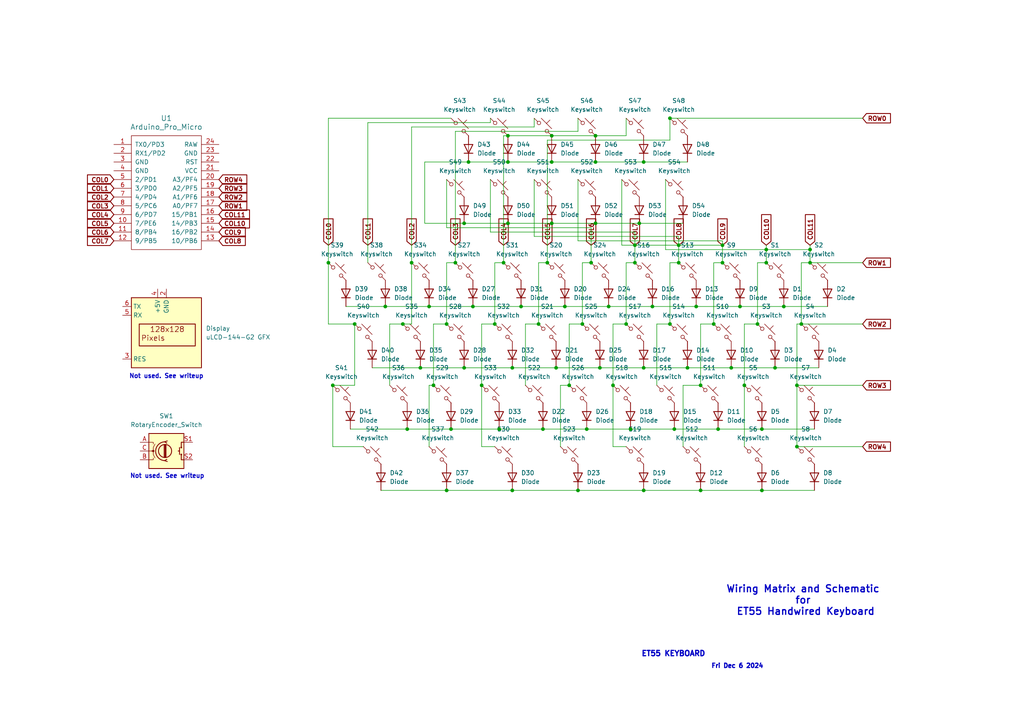
<source format=kicad_sch>
(kicad_sch (version 20231120) (generator "eeschema") (generator_version "8.0")
  (paper "A4")
  (junction (at 195.58 124.46))
  (junction (at 231.14 111.76))
  (junction (at 147.32 64.77))
  (junction (at 220.98 142.24))
  (junction (at 172.72 46.99))
  (junction (at 156.21 93.98))
  (junction (at 171.45 76.2))
  (junction (at 214.63 88.9))
  (junction (at 163.83 88.9))
  (junction (at 151.13 88.9))
  (junction (at 158.75 76.2))
  (junction (at 161.29 106.68))
  (junction (at 160.02 46.99))
  (junction (at 102.87 93.98))
  (junction (at 165.1 111.76))
  (junction (at 160.02 39.37))
  (junction (at 208.28 124.46))
  (junction (at 194.31 34.29))
  (junction (at 125.73 111.76))
  (junction (at 234.95 72.39))
  (junction (at 157.48 124.46))
  (junction (at 173.99 106.68))
  (junction (at 199.39 106.68))
  (junction (at 147.32 46.99))
  (junction (at 119.38 76.2))
  (junction (at 129.54 142.24))
  (junction (at 172.72 39.37))
  (junction (at 172.72 64.77))
  (junction (at 181.61 93.98))
  (junction (at 196.85 76.2))
  (junction (at 219.71 93.98))
  (junction (at 148.59 142.24))
  (junction (at 209.55 71.12))
  (junction (at 118.11 124.46))
  (junction (at 231.14 129.54))
  (junction (at 167.64 142.24))
  (junction (at 121.92 106.68))
  (junction (at 186.69 106.68))
  (junction (at 203.2 142.24))
  (junction (at 222.25 72.39))
  (junction (at 182.88 124.46))
  (junction (at 186.69 46.99))
  (junction (at 185.42 64.77))
  (junction (at 209.55 76.2))
  (junction (at 139.7 111.76))
  (junction (at 116.84 93.98))
  (junction (at 177.8 111.76))
  (junction (at 201.93 88.9))
  (junction (at 227.33 88.9))
  (junction (at 215.9 111.76))
  (junction (at 95.25 76.2))
  (junction (at 212.09 106.68))
  (junction (at 143.51 93.98))
  (junction (at 203.2 111.76))
  (junction (at 124.46 88.9))
  (junction (at 134.62 64.77))
  (junction (at 224.79 106.68))
  (junction (at 147.32 39.37))
  (junction (at 146.05 76.2))
  (junction (at 222.25 76.2))
  (junction (at 148.59 106.68))
  (junction (at 207.01 93.98))
  (junction (at 111.76 88.9))
  (junction (at 137.16 88.9))
  (junction (at 130.81 124.46))
  (junction (at 176.53 88.9))
  (junction (at 129.54 93.98))
  (junction (at 189.23 88.9))
  (junction (at 144.78 124.46))
  (junction (at 132.08 76.2))
  (junction (at 184.15 76.2))
  (junction (at 194.31 93.98))
  (junction (at 134.62 106.68))
  (junction (at 160.02 64.77))
  (junction (at 135.89 46.99))
  (junction (at 186.69 142.24))
  (junction (at 168.91 93.98))
  (junction (at 96.52 111.76))
  (junction (at 170.18 124.46))
  (junction (at 196.85 71.12))
  (junction (at 232.41 93.98))
  (junction (at 220.98 124.46))
  (junction (at 184.15 71.12))
  (junction (at 234.95 76.2))
  (wire (pts (xy 111.76 88.9) (xy 124.46 88.9)))
  (wire (pts (xy 167.64 69.85) (xy 209.55 69.85)))
  (wire (pts (xy 107.95 106.68) (xy 121.92 106.68)))
  (wire (pts (xy 148.59 142.24) (xy 167.64 142.24)))
  (wire (pts (xy 208.28 124.46) (xy 220.98 124.46)))
  (wire (pts (xy 196.85 76.2) (xy 194.31 76.2)))
  (wire (pts (xy 154.94 68.58) (xy 196.85 68.58)))
  (wire (pts (xy 219.71 76.2) (xy 219.71 93.98)))
  (wire (pts (xy 106.68 35.56) (xy 106.68 76.2)))
  (wire (pts (xy 137.16 88.9) (xy 151.13 88.9)))
  (wire (pts (xy 207.01 76.2) (xy 207.01 93.98)))
  (wire (pts (xy 124.46 111.76) (xy 124.46 129.54)))
  (wire (pts (xy 220.98 142.24) (xy 236.22 142.24)))
  (wire (pts (xy 139.7 93.98) (xy 139.7 111.76)))
  (wire (pts (xy 168.91 76.2) (xy 168.91 93.98)))
  (wire (pts (xy 95.25 34.29) (xy 130.81 34.29)))
  (wire (pts (xy 123.19 64.77) (xy 134.62 64.77)))
  (wire (pts (xy 119.38 76.2) (xy 119.38 93.98)))
  (wire (pts (xy 119.38 36.83) (xy 119.38 76.2)))
  (wire (pts (xy 102.87 111.76) (xy 96.52 111.76)))
  (wire (pts (xy 172.72 64.77) (xy 185.42 64.77)))
  (wire (pts (xy 142.24 67.31) (xy 184.15 67.31)))
  (wire (pts (xy 143.51 76.2) (xy 143.51 93.98)))
  (wire (pts (xy 194.31 40.64) (xy 158.75 40.64)))
  (wire (pts (xy 198.12 111.76) (xy 198.12 129.54)))
  (wire (pts (xy 195.58 124.46) (xy 208.28 124.46)))
  (wire (pts (xy 222.25 71.12) (xy 222.25 72.39)))
  (wire (pts (xy 234.95 76.2) (xy 232.41 76.2)))
  (wire (pts (xy 172.72 39.37) (xy 181.61 39.37)))
  (wire (pts (xy 180.34 52.07) (xy 180.34 71.12)))
  (wire (pts (xy 222.25 76.2) (xy 219.71 76.2)))
  (wire (pts (xy 167.64 34.29) (xy 167.64 38.1)))
  (wire (pts (xy 125.73 111.76) (xy 124.46 111.76)))
  (wire (pts (xy 119.38 93.98) (xy 116.84 93.98)))
  (wire (pts (xy 222.25 72.39) (xy 222.25 76.2)))
  (wire (pts (xy 132.08 76.2) (xy 129.54 76.2)))
  (wire (pts (xy 184.15 71.12) (xy 196.85 71.12)))
  (wire (pts (xy 215.9 111.76) (xy 215.9 129.54)))
  (wire (pts (xy 181.61 93.98) (xy 177.8 93.98)))
  (wire (pts (xy 132.08 38.1) (xy 132.08 76.2)))
  (wire (pts (xy 181.61 76.2) (xy 181.61 93.98)))
  (wire (pts (xy 186.69 106.68) (xy 199.39 106.68)))
  (wire (pts (xy 203.2 142.24) (xy 220.98 142.24)))
  (wire (pts (xy 156.21 76.2) (xy 156.21 93.98)))
  (wire (pts (xy 219.71 93.98) (xy 215.9 93.98)))
  (wire (pts (xy 186.69 142.24) (xy 203.2 142.24)))
  (wire (pts (xy 232.41 93.98) (xy 250.19 93.98)))
  (wire (pts (xy 234.95 71.12) (xy 234.95 72.39)))
  (wire (pts (xy 177.8 111.76) (xy 177.8 129.54)))
  (wire (pts (xy 193.04 52.07) (xy 193.04 72.39)))
  (wire (pts (xy 196.85 68.58) (xy 196.85 71.12)))
  (wire (pts (xy 121.92 106.68) (xy 134.62 106.68)))
  (wire (pts (xy 110.49 142.24) (xy 129.54 142.24)))
  (wire (pts (xy 171.45 66.04) (xy 171.45 76.2)))
  (wire (pts (xy 207.01 93.98) (xy 203.2 93.98)))
  (wire (pts (xy 209.55 69.85) (xy 209.55 71.12)))
  (wire (pts (xy 203.2 111.76) (xy 198.12 111.76)))
  (wire (pts (xy 151.13 88.9) (xy 163.83 88.9)))
  (wire (pts (xy 146.05 76.2) (xy 143.51 76.2)))
  (wire (pts (xy 139.7 111.76) (xy 139.7 129.54)))
  (wire (pts (xy 209.55 76.2) (xy 207.01 76.2)))
  (wire (pts (xy 125.73 93.98) (xy 125.73 111.76)))
  (wire (pts (xy 171.45 76.2) (xy 168.91 76.2)))
  (wire (pts (xy 129.54 66.04) (xy 171.45 66.04)))
  (wire (pts (xy 142.24 52.07) (xy 142.24 67.31)))
  (wire (pts (xy 177.8 129.54) (xy 181.61 129.54)))
  (wire (pts (xy 231.14 111.76) (xy 231.14 129.54)))
  (wire (pts (xy 156.21 93.98) (xy 152.4 93.98)))
  (wire (pts (xy 129.54 93.98) (xy 125.73 93.98)))
  (wire (pts (xy 203.2 93.98) (xy 203.2 111.76)))
  (wire (pts (xy 231.14 111.76) (xy 250.19 111.76)))
  (wire (pts (xy 186.69 46.99) (xy 172.72 46.99)))
  (wire (pts (xy 158.75 76.2) (xy 156.21 76.2)))
  (wire (pts (xy 222.25 72.39) (xy 234.95 72.39)))
  (wire (pts (xy 194.31 76.2) (xy 194.31 93.98)))
  (wire (pts (xy 163.83 88.9) (xy 176.53 88.9)))
  (wire (pts (xy 165.1 93.98) (xy 165.1 111.76)))
  (wire (pts (xy 196.85 71.12) (xy 196.85 76.2)))
  (wire (pts (xy 95.25 34.29) (xy 95.25 76.2)))
  (wire (pts (xy 157.48 124.46) (xy 170.18 124.46)))
  (wire (pts (xy 167.64 142.24) (xy 186.69 142.24)))
  (wire (pts (xy 167.64 52.07) (xy 167.64 69.85)))
  (wire (pts (xy 234.95 72.39) (xy 234.95 76.2)))
  (wire (pts (xy 129.54 142.24) (xy 148.59 142.24)))
  (wire (pts (xy 234.95 76.2) (xy 250.19 76.2)))
  (wire (pts (xy 184.15 67.31) (xy 184.15 71.12)))
  (wire (pts (xy 209.55 71.12) (xy 209.55 76.2)))
  (wire (pts (xy 196.85 71.12) (xy 209.55 71.12)))
  (wire (pts (xy 201.93 88.9) (xy 214.63 88.9)))
  (wire (pts (xy 101.6 124.46) (xy 118.11 124.46)))
  (wire (pts (xy 147.32 64.77) (xy 160.02 64.77)))
  (wire (pts (xy 162.56 111.76) (xy 162.56 129.54)))
  (wire (pts (xy 160.02 46.99) (xy 147.32 46.99)))
  (wire (pts (xy 139.7 129.54) (xy 143.51 129.54)))
  (wire (pts (xy 134.62 106.68) (xy 148.59 106.68)))
  (wire (pts (xy 152.4 93.98) (xy 152.4 111.76)))
  (wire (pts (xy 118.11 124.46) (xy 130.81 124.46)))
  (wire (pts (xy 147.32 46.99) (xy 135.89 46.99)))
  (wire (pts (xy 224.79 106.68) (xy 237.49 106.68)))
  (wire (pts (xy 135.89 46.99) (xy 123.19 46.99)))
  (wire (pts (xy 167.64 38.1) (xy 132.08 38.1)))
  (wire (pts (xy 142.24 34.29) (xy 142.24 35.56)))
  (wire (pts (xy 250.19 129.54) (xy 231.14 129.54)))
  (wire (pts (xy 172.72 46.99) (xy 160.02 46.99)))
  (wire (pts (xy 189.23 88.9) (xy 201.93 88.9)))
  (wire (pts (xy 144.78 124.46) (xy 157.48 124.46)))
  (wire (pts (xy 142.24 35.56) (xy 106.68 35.56)))
  (wire (pts (xy 129.54 76.2) (xy 129.54 93.98)))
  (wire (pts (xy 194.31 34.29) (xy 194.31 40.64)))
  (wire (pts (xy 212.09 106.68) (xy 224.79 106.68)))
  (wire (pts (xy 158.75 40.64) (xy 158.75 76.2)))
  (wire (pts (xy 232.41 76.2) (xy 232.41 93.98)))
  (wire (pts (xy 160.02 64.77) (xy 172.72 64.77)))
  (wire (pts (xy 130.81 124.46) (xy 144.78 124.46)))
  (wire (pts (xy 199.39 46.99) (xy 186.69 46.99)))
  (wire (pts (xy 170.18 124.46) (xy 182.88 124.46)))
  (wire (pts (xy 215.9 93.98) (xy 215.9 111.76)))
  (wire (pts (xy 147.32 39.37) (xy 160.02 39.37)))
  (wire (pts (xy 148.59 106.68) (xy 161.29 106.68)))
  (wire (pts (xy 146.05 39.37) (xy 147.32 39.37)))
  (wire (pts (xy 134.62 64.77) (xy 147.32 64.77)))
  (wire (pts (xy 146.05 39.37) (xy 146.05 76.2)))
  (wire (pts (xy 168.91 93.98) (xy 165.1 93.98)))
  (wire (pts (xy 185.42 64.77) (xy 198.12 64.77)))
  (wire (pts (xy 227.33 88.9) (xy 240.03 88.9)))
  (wire (pts (xy 181.61 34.29) (xy 181.61 39.37)))
  (wire (pts (xy 180.34 71.12) (xy 184.15 71.12)))
  (wire (pts (xy 190.5 93.98) (xy 190.5 111.76)))
  (wire (pts (xy 113.03 93.98) (xy 113.03 111.76)))
  (wire (pts (xy 194.31 34.29) (xy 250.19 34.29)))
  (wire (pts (xy 119.38 36.83) (xy 154.94 36.83)))
  (wire (pts (xy 184.15 71.12) (xy 184.15 76.2)))
  (wire (pts (xy 100.33 88.9) (xy 111.76 88.9)))
  (wire (pts (xy 194.31 93.98) (xy 190.5 93.98)))
  (wire (pts (xy 116.84 93.98) (xy 113.03 93.98)))
  (wire (pts (xy 96.52 129.54) (xy 105.41 129.54)))
  (wire (pts (xy 95.25 93.98) (xy 102.87 93.98)))
  (wire (pts (xy 154.94 34.29) (xy 154.94 36.83)))
  (wire (pts (xy 102.87 93.98) (xy 102.87 111.76)))
  (wire (pts (xy 129.54 52.07) (xy 129.54 66.04)))
  (wire (pts (xy 232.41 93.98) (xy 231.14 93.98)))
  (wire (pts (xy 160.02 39.37) (xy 172.72 39.37)))
  (wire (pts (xy 173.99 106.68) (xy 186.69 106.68)))
  (wire (pts (xy 161.29 106.68) (xy 173.99 106.68)))
  (wire (pts (xy 182.88 124.46) (xy 195.58 124.46)))
  (wire (pts (xy 96.52 111.76) (xy 96.52 129.54)))
  (wire (pts (xy 199.39 106.68) (xy 212.09 106.68)))
  (wire (pts (xy 165.1 111.76) (xy 162.56 111.76)))
  (wire (pts (xy 184.15 76.2) (xy 181.61 76.2)))
  (wire (pts (xy 143.51 93.98) (xy 139.7 93.98)))
  (wire (pts (xy 231.14 93.98) (xy 231.14 111.76)))
  (wire (pts (xy 220.98 124.46) (xy 236.22 124.46)))
  (wire (pts (xy 154.94 52.07) (xy 154.94 68.58)))
  (wire (pts (xy 177.8 93.98) (xy 177.8 111.76)))
  (wire (pts (xy 95.25 76.2) (xy 95.25 93.98)))
  (wire (pts (xy 176.53 88.9) (xy 189.23 88.9)))
  (wire (pts (xy 123.19 46.99) (xy 123.19 64.77)))
  (wire (pts (xy 124.46 88.9) (xy 137.16 88.9)))
  (wire (pts (xy 193.04 72.39) (xy 222.25 72.39)))
  (wire (pts (xy 214.63 88.9) (xy 227.33 88.9)))
  (text "Not used. See writeup" (at 48.514 138.176 0) (effects (font (size 1.27 1.27) (thickness 0.254) (bold yes))))
  (text "Not used. See writeup" (at 48.26 109.22 0) (effects (font (size 1.27 1.27) (thickness 0.254) (bold yes))))
  (text "ET55 KEYBOARD" (at 195.326 189.738 0) (effects (font (size 1.524 1.524) (thickness 0.3556) (bold yes))))
  (text "Wiring Matrix and Schematic \nfor \nET55 Handwired Keyboard" (at 233.68 174.244 0) (effects (font (size 2.032 2.032) (thickness 0.3556) (bold yes))))
  (text "Fri Dec 6 2024" (at 213.868 193.294 0) (effects (font (size 1.27 1.27) (thickness 0.3556) (bold yes))))
  (global_label "COL0" (shape input) (at 33.02 52.07 180) (effects (font (thickness 0.254) (bold yes))) (property "Intersheetrefs" "${INTERSHEET_REFS}" (effects (hide yes))))
  (global_label "ROW2" (shape input) (at 250.19 93.98 0) (effects (font (thickness 0.254) (bold yes))) (property "Intersheetrefs" "${INTERSHEET_REFS}" (effects (hide yes))))
  (global_label "COL5" (shape input) (at 33.02 64.77 180) (effects (font (thickness 0.254) (bold yes))) (property "Intersheetrefs" "${INTERSHEET_REFS}" (effects (hide yes))))
  (global_label "ROW0" (shape input) (at 250.19 34.29 0) (effects (font (thickness 0.254) (bold yes))) (property "Intersheetrefs" "${INTERSHEET_REFS}" (effects (hide yes))))
  (global_label "COL8" (shape input) (at 63.5 69.85 0) (effects (font (thickness 0.254) (bold yes))) (property "Intersheetrefs" "${INTERSHEET_REFS}" (effects (hide yes))))
  (global_label "COL0" (shape input) (at 95.25 71.12 90) (effects (font (thickness 0.254) (bold yes))) (property "Intersheetrefs" "${INTERSHEET_REFS}" (effects (hide yes))))
  (global_label "COL3" (shape input) (at 33.02 59.69 180) (effects (font (thickness 0.254) (bold yes))) (property "Intersheetrefs" "${INTERSHEET_REFS}" (effects (hide yes))))
  (global_label "ROW3" (shape input) (at 63.5 54.61 0) (effects (font (thickness 0.254) (bold yes))) (property "Intersheetrefs" "${INTERSHEET_REFS}" (effects (hide yes))))
  (global_label "COL4" (shape input) (at 33.02 62.23 180) (effects (font (thickness 0.254) (bold yes))) (property "Intersheetrefs" "${INTERSHEET_REFS}" (effects (hide yes))))
  (global_label "COL9" (shape input) (at 209.55 71.12 90) (effects (font (thickness 0.254) (bold yes))) (property "Intersheetrefs" "${INTERSHEET_REFS}" (effects (hide yes))))
  (global_label "COL7" (shape input) (at 184.15 71.12 90) (effects (font (thickness 0.254) (bold yes))) (property "Intersheetrefs" "${INTERSHEET_REFS}" (effects (hide yes))))
  (global_label "ROW1" (shape input) (at 250.19 76.2 0) (effects (font (thickness 0.254) (bold yes))) (property "Intersheetrefs" "${INTERSHEET_REFS}" (effects (hide yes))))
  (global_label "COL10" (shape input) (at 63.5 64.77 0) (effects (font (thickness 0.254) (bold yes))) (property "Intersheetrefs" "${INTERSHEET_REFS}" (effects (hide yes))))
  (global_label "COL6" (shape input) (at 171.45 71.12 90) (effects (font (thickness 0.254) (bold yes))) (property "Intersheetrefs" "${INTERSHEET_REFS}" (effects (hide yes))))
  (global_label "COL1" (shape input) (at 33.02 54.61 180) (effects (font (thickness 0.254) (bold yes))) (property "Intersheetrefs" "${INTERSHEET_REFS}" (effects (hide yes))))
  (global_label "COL8" (shape input) (at 196.85 71.12 90) (effects (font (thickness 0.254) (bold yes))) (property "Intersheetrefs" "${INTERSHEET_REFS}" (effects (hide yes))))
  (global_label "ROW4" (shape input) (at 250.19 129.54 0) (effects (font (thickness 0.254) (bold yes))) (property "Intersheetrefs" "${INTERSHEET_REFS}" (effects (hide yes))))
  (global_label "COL11" (shape input) (at 63.5 62.23 0) (effects (font (thickness 0.254) (bold yes))) (property "Intersheetrefs" "${INTERSHEET_REFS}" (effects (hide yes))))
  (global_label "ROW2" (shape input) (at 63.5 57.15 0) (effects (font (thickness 0.254) (bold yes))) (property "Intersheetrefs" "${INTERSHEET_REFS}" (effects (hide yes))))
  (global_label "COL4" (shape input) (at 146.05 71.12 90) (effects (font (thickness 0.254) (bold yes))) (property "Intersheetrefs" "${INTERSHEET_REFS}" (effects (hide yes))))
  (global_label "COL10" (shape input) (at 222.25 71.12 90) (effects (font (thickness 0.254) (bold yes))) (property "Intersheetrefs" "${INTERSHEET_REFS}" (effects (hide yes))))
  (global_label "COL2" (shape input) (at 33.02 57.15 180) (effects (font (thickness 0.254) (bold yes))) (property "Intersheetrefs" "${INTERSHEET_REFS}" (effects (hide yes))))
  (global_label "COL1" (shape input) (at 106.68 71.12 90) (effects (font (thickness 0.254) (bold yes))) (property "Intersheetrefs" "${INTERSHEET_REFS}" (effects (hide yes))))
  (global_label "COL11" (shape input) (at 234.95 71.12 90) (effects (font (thickness 0.254) (bold yes))) (property "Intersheetrefs" "${INTERSHEET_REFS}" (effects (hide yes))))
  (global_label "COL7" (shape input) (at 33.02 69.85 180) (effects (font (thickness 0.254) (bold yes))) (property "Intersheetrefs" "${INTERSHEET_REFS}" (effects (hide yes))))
  (global_label "COL9" (shape input) (at 63.5 67.31 0) (effects (font (thickness 0.254) (bold yes))) (property "Intersheetrefs" "${INTERSHEET_REFS}" (effects (hide yes))))
  (global_label "ROW1" (shape input) (at 63.5 59.69 0) (effects (font (thickness 0.254) (bold yes))) (property "Intersheetrefs" "${INTERSHEET_REFS}" (effects (hide yes))))
  (global_label "ROW4" (shape input) (at 63.5 52.07 0) (effects (font (thickness 0.254) (bold yes))) (property "Intersheetrefs" "${INTERSHEET_REFS}" (effects (hide yes))))
  (global_label "ROW3" (shape input) (at 250.19 111.76 0) (effects (font (thickness 0.254) (bold yes))) (property "Intersheetrefs" "${INTERSHEET_REFS}" (effects (hide yes))))
  (global_label "COL5" (shape input) (at 158.75 71.12 90) (effects (font (thickness 0.254) (bold yes))) (property "Intersheetrefs" "${INTERSHEET_REFS}" (effects (hide yes))))
  (global_label "COL2" (shape input) (at 119.38 71.12 90) (effects (font (thickness 0.254) (bold yes))) (property "Intersheetrefs" "${INTERSHEET_REFS}" (effects (hide yes))))
  (global_label "COL6" (shape input) (at 33.02 67.31 180) (effects (font (thickness 0.254) (bold yes))) (property "Intersheetrefs" "${INTERSHEET_REFS}" (effects (hide yes))))
  (global_label "COL3" (shape input) (at 132.08 71.12 90) (effects (font (thickness 0.254) (bold yes))) (property "Intersheetrefs" "${INTERSHEET_REFS}" (effects (hide yes))))
  (symbol (lib_id "ScottoKeebs:Placeholder_Diode") (at 130.81 120.65 90) (unit 1)
    (property "Reference" "D29" (at 133.35 119.3799 90) (effects (justify right)))
    (property "Value" "Diode" (at 133.35 121.9199 90) (effects (justify right)))
    (property "Description" "1N4148 (DO-35) or 1N4148W (SOD-123)" (effects (hide yes)))
    (property "Sim.Device" "D" (effects (hide yes)))
    (property "Sim.Pins" "1=K 2=A" (effects (hide yes)))
  )
  (symbol (lib_id "ScottoKeebs:Placeholder_Diode") (at 173.99 102.87 90) (unit 1)
    (property "Reference" "D25" (at 176.53 101.5999 90) (effects (justify right)))
    (property "Value" "Diode" (at 176.53 104.1399 90) (effects (justify right)))
    (property "Description" "1N4148 (DO-35) or 1N4148W (SOD-123)" (effects (hide yes)))
    (property "Sim.Device" "D" (effects (hide yes)))
    (property "Sim.Pins" "1=K 2=A" (effects (hide yes)))
  )
  (symbol (lib_id "ScottoKeebs:Placeholder_Diode") (at 135.89 43.18 90) (unit 1)
    (property "Reference" "D43" (at 138.43 41.9099 90) (effects (justify right)))
    (property "Value" "Diode" (at 138.43 44.4499 90) (effects (justify right)))
    (property "Description" "1N4148 (DO-35) or 1N4148W (SOD-123)" (effects (hide yes)))
    (property "Sim.Device" "D" (effects (hide yes)))
    (property "Sim.Pins" "1=K 2=A" (effects (hide yes)))
  )
  (symbol (lib_id "ScottoKeebs:Placeholder_Diode") (at 163.83 85.09 90) (unit 1)
    (property "Reference" "D20" (at 166.37 83.8199 90) (effects (justify right)))
    (property "Value" "Diode" (at 166.37 86.3599 90) (effects (justify right)))
    (property "Description" "1N4148 (DO-35) or 1N4148W (SOD-123)" (effects (hide yes)))
    (property "Sim.Device" "D" (effects (hide yes)))
    (property "Sim.Pins" "1=K 2=A" (effects (hide yes)))
  )
  (symbol (lib_id "ScottoKeebs:Placeholder_Keyswitch") (at 105.41 96.52 0) (unit 1)
    (property "Reference" "S40" (at 105.41 88.9 0))
    (property "Value" "Keyswitch" (at 105.41 91.44 0))
    (property "Description" "Push button switch, normally open, two pins, 45° tilted" (effects (hide yes)))
  )
  (symbol (lib_id "ScottoKeebs:Placeholder_Diode") (at 100.33 85.09 90) (unit 1)
    (property "Reference" "D39" (at 102.87 83.8199 90) (effects (justify right)))
    (property "Value" "Diode" (at 102.87 86.3599 90) (effects (justify right)))
    (property "Description" "1N4148 (DO-35) or 1N4148W (SOD-123)" (effects (hide yes)))
    (property "Sim.Device" "D" (effects (hide yes)))
    (property "Sim.Pins" "1=K 2=A" (effects (hide yes)))
  )
  (symbol (lib_id "ScottoKeebs:Placeholder_Diode") (at 185.42 60.96 90) (unit 1)
    (property "Reference" "D53" (at 187.96 59.6899 90) (effects (justify right)))
    (property "Value" "Diode" (at 187.96 62.2299 90) (effects (justify right)))
    (property "Description" "1N4148 (DO-35) or 1N4148W (SOD-123)" (effects (hide yes)))
    (property "Sim.Device" "D" (effects (hide yes)))
    (property "Sim.Pins" "1=K 2=A" (effects (hide yes)))
  )
  (symbol (lib_id "ScottoKeebs:Placeholder_Diode") (at 186.69 102.87 90) (unit 1)
    (property "Reference" "D17" (at 189.23 101.5999 90) (effects (justify right)))
    (property "Value" "Diode" (at 189.23 104.1399 90) (effects (justify right)))
    (property "Description" "1N4148 (DO-35) or 1N4148W (SOD-123)" (effects (hide yes)))
    (property "Sim.Device" "D" (effects (hide yes)))
    (property "Sim.Pins" "1=K 2=A" (effects (hide yes)))
  )
  (symbol (lib_id "ScottoKeebs:Placeholder_Keyswitch") (at 134.62 78.74 0) (unit 1)
    (property "Reference" "S27" (at 134.62 71.12 0))
    (property "Value" "Keyswitch" (at 134.62 73.66 0))
    (property "Description" "Push button switch, normally open, two pins, 45° tilted" (effects (hide yes)))
  )
  (symbol (lib_id "ScottoKeebs:Placeholder_Diode") (at 236.22 120.65 90) (unit 1)
    (property "Reference" "D7" (at 238.76 119.3799 90) (effects (justify right)))
    (property "Value" "Diode" (at 238.76 121.9199 90) (effects (justify right)))
    (property "Description" "1N4148 (DO-35) or 1N4148W (SOD-123)" (effects (hide yes)))
    (property "Sim.Device" "D" (effects (hide yes)))
    (property "Sim.Pins" "1=K 2=A" (effects (hide yes)))
  )
  (symbol (lib_id "ScottoKeebs:Placeholder_Diode") (at 144.78 120.65 90) (unit 1)
    (property "Reference" "D33" (at 147.32 119.3799 90) (effects (justify right)))
    (property "Value" "Diode" (at 147.32 121.9199 90) (effects (justify right)))
    (property "Description" "1N4148 (DO-35) or 1N4148W (SOD-123)" (effects (hide yes)))
    (property "Sim.Device" "D" (effects (hide yes)))
    (property "Sim.Pins" "1=K 2=A" (effects (hide yes)))
  )
  (symbol (lib_id "ScottoKeebs:Placeholder_Keyswitch") (at 218.44 132.08 0) (unit 1)
    (property "Reference" "S6" (at 218.44 124.46 0))
    (property "Value" "Keyswitch" (at 218.44 127 0))
    (property "Description" "Push button switch, normally open, two pins, 45° tilted" (effects (hide yes)))
  )
  (symbol (lib_id "ScottoKeebs:Placeholder_Diode") (at 208.28 120.65 90) (unit 1)
    (property "Reference" "D11" (at 210.82 119.3799 90) (effects (justify right)))
    (property "Value" "Diode" (at 210.82 121.9199 90) (effects (justify right)))
    (property "Description" "1N4148 (DO-35) or 1N4148W (SOD-123)" (effects (hide yes)))
    (property "Sim.Device" "D" (effects (hide yes)))
    (property "Sim.Pins" "1=K 2=A" (effects (hide yes)))
  )
  (symbol (lib_id "ScottoKeebs:Placeholder_Keyswitch") (at 184.15 132.08 0) (unit 1)
    (property "Reference" "S19" (at 184.15 124.46 0))
    (property "Value" "Keyswitch" (at 184.15 127 0))
    (property "Description" "Push button switch, normally open, two pins, 45° tilted" (effects (hide yes)))
  )
  (symbol (lib_id "ScottoKeebs:Placeholder_Diode") (at 220.98 138.43 90) (unit 1)
    (property "Reference" "D6" (at 223.52 137.1599 90) (effects (justify right)))
    (property "Value" "Diode" (at 223.52 139.6999 90) (effects (justify right)))
    (property "Description" "1N4148 (DO-35) or 1N4148W (SOD-123)" (effects (hide yes)))
    (property "Sim.Device" "D" (effects (hide yes)))
    (property "Sim.Pins" "1=K 2=A" (effects (hide yes)))
  )
  (symbol (lib_id "ScottoKeebs:Placeholder_Diode") (at 167.64 138.43 90) (unit 1)
    (property "Reference" "D23" (at 170.18 137.1599 90) (effects (justify right)))
    (property "Value" "Diode" (at 170.18 139.6999 90) (effects (justify right)))
    (property "Description" "1N4148 (DO-35) or 1N4148W (SOD-123)" (effects (hide yes)))
    (property "Sim.Device" "D" (effects (hide yes)))
    (property "Sim.Pins" "1=K 2=A" (effects (hide yes)))
  )
  (symbol (lib_id "ScottoKeebs:Placeholder_Keyswitch") (at 184.15 96.52 0) (unit 1)
    (property "Reference" "S17" (at 184.15 88.9 0))
    (property "Value" "Keyswitch" (at 184.15 91.44 0))
    (property "Description" "Push button switch, normally open, two pins, 45° tilted" (effects (hide yes)))
  )
  (symbol (lib_id "ScottoKeebs:Placeholder_Diode") (at 236.22 138.43 90) (unit 1)
    (property "Reference" "D8" (at 238.76 137.1599 90) (effects (justify right)))
    (property "Value" "Diode" (at 238.76 139.6999 90) (effects (justify right)))
    (property "Description" "1N4148 (DO-35) or 1N4148W (SOD-123)" (effects (hide yes)))
    (property "Sim.Device" "D" (effects (hide yes)))
    (property "Sim.Pins" "1=K 2=A" (effects (hide yes)))
  )
  (symbol (lib_id "ScottoKeebs:Placeholder_Diode") (at 172.72 60.96 90) (unit 1)
    (property "Reference" "D52" (at 175.26 59.6899 90) (effects (justify right)))
    (property "Value" "Diode" (at 175.26 62.2299 90) (effects (justify right)))
    (property "Description" "1N4148 (DO-35) or 1N4148W (SOD-123)" (effects (hide yes)))
    (property "Sim.Device" "D" (effects (hide yes)))
    (property "Sim.Pins" "1=K 2=A" (effects (hide yes)))
  )
  (symbol (lib_id "ScottoKeebs:Placeholder_Diode") (at 124.46 85.09 90) (unit 1)
    (property "Reference" "D34" (at 127 83.8199 90) (effects (justify right)))
    (property "Value" "Diode" (at 127 86.3599 90) (effects (justify right)))
    (property "Description" "1N4148 (DO-35) or 1N4148W (SOD-123)" (effects (hide yes)))
    (property "Sim.Device" "D" (effects (hide yes)))
    (property "Sim.Pins" "1=K 2=A" (effects (hide yes)))
  )
  (symbol (lib_id "ScottoKeebs:Placeholder_Keyswitch") (at 119.38 96.52 0) (unit 1)
    (property "Reference" "S35" (at 119.38 88.9 0))
    (property "Value" "Keyswitch" (at 119.38 91.44 0))
    (property "Description" "Push button switch, normally open, two pins, 45° tilted" (effects (hide yes)))
  )
  (symbol (lib_id "ScottoKeebs:Placeholder_Keyswitch") (at 97.79 78.74 0) (unit 1)
    (property "Reference" "S39" (at 97.79 71.12 0))
    (property "Value" "Keyswitch" (at 97.79 73.66 0))
    (property "Description" "Push button switch, normally open, two pins, 45° tilted" (effects (hide yes)))
  )
  (symbol (lib_id "ScottoKeebs:Placeholder_Diode") (at 240.03 85.09 90) (unit 1)
    (property "Reference" "D2" (at 242.57 83.8199 90) (effects (justify right)))
    (property "Value" "Diode" (at 242.57 86.3599 90) (effects (justify right)))
    (property "Description" "1N4148 (DO-35) or 1N4148W (SOD-123)" (effects (hide yes)))
    (property "Sim.Device" "D" (effects (hide yes)))
    (property "Sim.Pins" "1=K 2=A" (effects (hide yes)))
  )
  (symbol (lib_id "ScottoKeebs:Placeholder_Keyswitch") (at 173.99 78.74 0) (unit 1)
    (property "Reference" "S24" (at 173.99 71.12 0))
    (property "Value" "Keyswitch" (at 173.99 73.66 0))
    (property "Description" "Push button switch, normally open, two pins, 45° tilted" (effects (hide yes)))
  )
  (symbol (lib_id "ScottoKeebs:Placeholder_Keyswitch") (at 218.44 114.3 0) (unit 1)
    (property "Reference" "S5" (at 218.44 106.68 0))
    (property "Value" "Keyswitch" (at 218.44 109.22 0))
    (property "Description" "Push button switch, normally open, two pins, 45° tilted" (effects (hide yes)))
  )
  (symbol (lib_id "ScottoKeebs:Placeholder_Keyswitch") (at 107.95 132.08 0) (unit 1)
    (property "Reference" "S42" (at 107.95 124.46 0))
    (property "Value" "Keyswitch" (at 107.95 127 0))
    (property "Description" "Push button switch, normally open, two pins, 45° tilted" (effects (hide yes)))
  )
  (symbol (lib_id "ScottoKeebs:Placeholder_Keyswitch") (at 205.74 114.3 0) (unit 1)
    (property "Reference" "S11" (at 205.74 106.68 0))
    (property "Value" "Keyswitch" (at 205.74 109.22 0))
    (property "Description" "Push button switch, normally open, two pins, 45° tilted" (effects (hide yes)))
  )
  (symbol (lib_id "ScottoKeebs:Placeholder_Diode") (at 186.69 138.43 90) (unit 1)
    (property "Reference" "D19" (at 189.23 137.1599 90) (effects (justify right)))
    (property "Value" "Diode" (at 189.23 139.6999 90) (effects (justify right)))
    (property "Description" "1N4148 (DO-35) or 1N4148W (SOD-123)" (effects (hide yes)))
    (property "Sim.Device" "D" (effects (hide yes)))
    (property "Sim.Pins" "1=K 2=A" (effects (hide yes)))
  )
  (symbol (lib_id "ScottoKeebs:Placeholder_Keyswitch") (at 233.68 132.08 0) (unit 1)
    (property "Reference" "S8" (at 233.68 124.46 0))
    (property "Value" "Keyswitch" (at 233.68 127 0))
    (property "Description" "Push button switch, normally open, two pins, 45° tilted" (effects (hide yes)))
  )
  (symbol (lib_id "ScottoKeebs:Placeholder_Diode") (at 134.62 102.87 90) (unit 1)
    (property "Reference" "D28" (at 137.16 101.5999 90) (effects (justify right)))
    (property "Value" "Diode" (at 137.16 104.1399 90) (effects (justify right)))
    (property "Description" "1N4148 (DO-35) or 1N4148W (SOD-123)" (effects (hide yes)))
    (property "Sim.Device" "D" (effects (hide yes)))
    (property "Sim.Pins" "1=K 2=A" (effects (hide yes)))
  )
  (symbol (lib_id "ScottoKeebs:Placeholder_Diode") (at 195.58 120.65 90) (unit 1)
    (property "Reference" "D15" (at 198.12 119.3799 90) (effects (justify right)))
    (property "Value" "Diode" (at 198.12 121.9199 90) (effects (justify right)))
    (property "Description" "1N4148 (DO-35) or 1N4148W (SOD-123)" (effects (hide yes)))
    (property "Sim.Device" "D" (effects (hide yes)))
    (property "Sim.Pins" "1=K 2=A" (effects (hide yes)))
  )
  (symbol (lib_id "ScottoKeebs:Placeholder_Diode") (at 186.69 43.18 90) (unit 1)
    (property "Reference" "D47" (at 189.23 41.9099 90) (effects (justify right)))
    (property "Value" "Diode" (at 189.23 44.4499 90) (effects (justify right)))
    (property "Description" "1N4148 (DO-35) or 1N4148W (SOD-123)" (effects (hide yes)))
    (property "Sim.Device" "D" (effects (hide yes)))
    (property "Sim.Pins" "1=K 2=A" (effects (hide yes)))
  )
  (symbol (lib_id "ScottoKeebs:Placeholder_Keyswitch") (at 132.08 96.52 0) (unit 1)
    (property "Reference" "S28" (at 132.08 88.9 0))
    (property "Value" "Keyswitch" (at 132.08 91.44 0))
    (property "Description" "Push button switch, normally open, two pins, 45° tilted" (effects (hide yes)))
  )
  (symbol (lib_id "ScottoKeebs:Placeholder_Keyswitch") (at 222.25 96.52 0) (unit 1)
    (property "Reference" "S3" (at 222.25 88.9 0))
    (property "Value" "Keyswitch" (at 222.25 91.44 0))
    (property "Description" "Push button switch, normally open, two pins, 45° tilted" (effects (hide yes)))
  )
  (symbol (lib_id "ScottoKeebs:Placeholder_Diode") (at 237.49 102.87 90) (unit 1)
    (property "Reference" "D4" (at 240.03 101.5999 90) (effects (justify right)))
    (property "Value" "Diode" (at 240.03 104.1399 90) (effects (justify right)))
    (property "Description" "1N4148 (DO-35) or 1N4148W (SOD-123)" (effects (hide yes)))
    (property "Sim.Device" "D" (effects (hide yes)))
    (property "Sim.Pins" "1=K 2=A" (effects (hide yes)))
  )
  (symbol (lib_id "ScottoKeebs:Placeholder_Keyswitch") (at 148.59 78.74 0) (unit 1)
    (property "Reference" "S31" (at 148.59 71.12 0))
    (property "Value" "Keyswitch" (at 148.59 73.66 0))
    (property "Description" "Push button switch, normally open, two pins, 45° tilted" (effects (hide yes)))
  )
  (symbol (lib_id "ScottoKeebs:Placeholder_Diode") (at 121.92 102.87 90) (unit 1)
    (property "Reference" "D35" (at 124.46 101.5999 90) (effects (justify right)))
    (property "Value" "Diode" (at 124.46 104.1399 90) (effects (justify right)))
    (property "Description" "1N4148 (DO-35) or 1N4148W (SOD-123)" (effects (hide yes)))
    (property "Sim.Device" "D" (effects (hide yes)))
    (property "Sim.Pins" "1=K 2=A" (effects (hide yes)))
  )
  (symbol (lib_id "ScottoKeebs:Placeholder_Diode") (at 176.53 85.09 90) (unit 1)
    (property "Reference" "D24" (at 179.07 83.8199 90) (effects (justify right)))
    (property "Value" "Diode" (at 179.07 86.3599 90) (effects (justify right)))
    (property "Description" "1N4148 (DO-35) or 1N4148W (SOD-123)" (effects (hide yes)))
    (property "Sim.Device" "D" (effects (hide yes)))
    (property "Sim.Pins" "1=K 2=A" (effects (hide yes)))
  )
  (symbol (lib_id "ScottoKeebs:Placeholder_Diode") (at 161.29 102.87 90) (unit 1)
    (property "Reference" "D21" (at 163.83 101.5999 90) (effects (justify right)))
    (property "Value" "Diode" (at 163.83 104.1399 90) (effects (justify right)))
    (property "Description" "1N4148 (DO-35) or 1N4148W (SOD-123)" (effects (hide yes)))
    (property "Sim.Device" "D" (effects (hide yes)))
    (property "Sim.Pins" "1=K 2=A" (effects (hide yes)))
  )
  (symbol (lib_id "ScottoKeebs:Placeholder_Keyswitch") (at 127 132.08 0) (unit 1)
    (property "Reference" "S37" (at 127 124.46 0))
    (property "Value" "Keyswitch" (at 127 127 0))
    (property "Description" "Push button switch, normally open, two pins, 45° tilted" (effects (hide yes)))
  )
  (symbol (lib_id "ScottoKeebs:Placeholder_Keyswitch") (at 237.49 78.74 0) (unit 1)
    (property "Reference" "S2" (at 237.49 71.12 0))
    (property "Value" "Keyswitch" (at 237.49 73.66 0))
    (property "Description" "Push button switch, normally open, two pins, 45° tilted" (effects (hide yes)))
  )
  (symbol (lib_id "ScottoKeebs:MCU_Arduino_Pro_Micro") (at 48.26 55.88 0) (unit 1)
    (property "Reference" "U1" (at 48.26 34.29 0) (effects (font (size 1.524 1.524))))
    (property "Value" "Arduino_Pro_Micro" (at 48.26 36.83 0) (effects (font (size 1.524 1.524))))
    (property "Footprint" "ScottoKeebs_MCU:Arduino_Pro_Micro" (effects (hide yes)))
  )
  (symbol (lib_id "ScottoKeebs:Placeholder_Keyswitch") (at 170.18 36.83 0) (unit 1)
    (property "Reference" "S46" (at 170.18 29.21 0))
    (property "Value" "Keyswitch" (at 170.18 31.75 0))
    (property "Description" "Push button switch, normally open, two pins, 45° tilted" (effects (hide yes)))
  )
  (symbol (lib_id "ScottoKeebs:Placeholder_Keyswitch") (at 224.79 78.74 0) (unit 1)
    (property "Reference" "S1" (at 224.79 71.12 0))
    (property "Value" "Keyswitch" (at 224.79 73.66 0))
    (property "Description" "Push button switch, normally open, two pins, 45° tilted" (effects (hide yes)))
  )
  (symbol (lib_id "ScottoKeebs:Placeholder_Diode") (at 148.59 102.87 90) (unit 1)
    (property "Reference" "D32" (at 151.13 101.5999 90) (effects (justify right)))
    (property "Value" "Diode" (at 151.13 104.1399 90) (effects (justify right)))
    (property "Description" "1N4148 (DO-35) or 1N4148W (SOD-123)" (effects (hide yes)))
    (property "Sim.Device" "D" (effects (hide yes)))
    (property "Sim.Pins" "1=K 2=A" (effects (hide yes)))
  )
  (symbol (lib_id "ScottoKeebs:Placeholder_Keyswitch") (at 180.34 114.3 0) (unit 1)
    (property "Reference" "S18" (at 180.34 106.68 0))
    (property "Value" "Keyswitch" (at 180.34 109.22 0))
    (property "Description" "Push button switch, normally open, two pins, 45° tilted" (effects (hide yes)))
  )
  (symbol (lib_id "ScottoKeebs:Placeholder_Diode") (at 147.32 43.18 90) (unit 1)
    (property "Reference" "D44" (at 149.86 41.9099 90) (effects (justify right)))
    (property "Value" "Diode" (at 149.86 44.4499 90) (effects (justify right)))
    (property "Description" "1N4148 (DO-35) or 1N4148W (SOD-123)" (effects (hide yes)))
    (property "Sim.Device" "D" (effects (hide yes)))
    (property "Sim.Pins" "1=K 2=A" (effects (hide yes)))
  )
  (symbol (lib_id "ScottoKeebs:Placeholder_Diode") (at 189.23 85.09 90) (unit 1)
    (property "Reference" "D16" (at 191.77 83.8199 90) (effects (justify right)))
    (property "Value" "Diode" (at 191.77 86.3599 90) (effects (justify right)))
    (property "Description" "1N4148 (DO-35) or 1N4148W (SOD-123)" (effects (hide yes)))
    (property "Sim.Device" "D" (effects (hide yes)))
    (property "Sim.Pins" "1=K 2=A" (effects (hide yes)))
  )
  (symbol (lib_id "ScottoKeebs:Placeholder_Keyswitch") (at 234.95 96.52 0) (unit 1)
    (property "Reference" "S4" (at 234.95 88.9 0))
    (property "Value" "Keyswitch" (at 234.95 91.44 0))
    (property "Description" "Push button switch, normally open, two pins, 45° tilted" (effects (hide yes)))
  )
  (symbol (lib_id "ScottoKeebs:Placeholder_Keyswitch") (at 146.05 96.52 0) (unit 1)
    (property "Reference" "S32" (at 146.05 88.9 0))
    (property "Value" "Keyswitch" (at 146.05 91.44 0))
    (property "Description" "Push button switch, normally open, two pins, 45° tilted" (effects (hide yes)))
  )
  (symbol (lib_id "ScottoKeebs:Placeholder_Diode") (at 199.39 102.87 90) (unit 1)
    (property "Reference" "D14" (at 201.93 101.5999 90) (effects (justify right)))
    (property "Value" "Diode" (at 201.93 104.1399 90) (effects (justify right)))
    (property "Description" "1N4148 (DO-35) or 1N4148W (SOD-123)" (effects (hide yes)))
    (property "Sim.Device" "D" (effects (hide yes)))
    (property "Sim.Pins" "1=K 2=A" (effects (hide yes)))
  )
  (symbol (lib_id "ScottoKeebs:Placeholder_Diode") (at 118.11 120.65 90) (unit 1)
    (property "Reference" "D36" (at 120.65 119.3799 90) (effects (justify right)))
    (property "Value" "Diode" (at 120.65 121.9199 90) (effects (justify right)))
    (property "Description" "1N4148 (DO-35) or 1N4148W (SOD-123)" (effects (hide yes)))
    (property "Sim.Device" "D" (effects (hide yes)))
    (property "Sim.Pins" "1=K 2=A" (effects (hide yes)))
  )
  (symbol (lib_id "ScottoKeebs:Placeholder_Keyswitch") (at 209.55 96.52 0) (unit 1)
    (property "Reference" "S10" (at 209.55 88.9 0))
    (property "Value" "Keyswitch" (at 209.55 91.44 0))
    (property "Description" "Push button switch, normally open, two pins, 45° tilted" (effects (hide yes)))
  )
  (symbol (lib_id "ScottoKeebs:Placeholder_Keyswitch") (at 154.94 114.3 0) (unit 1)
    (property "Reference" "S22" (at 154.94 106.68 0))
    (property "Value" "Keyswitch" (at 154.94 109.22 0))
    (property "Description" "Push button switch, normally open, two pins, 45° tilted" (effects (hide yes)))
  )
  (symbol (lib_id "ScottoKeebs:Placeholder_Keyswitch") (at 157.48 36.83 0) (unit 1)
    (property "Reference" "S45" (at 157.48 29.21 0))
    (property "Value" "Keyswitch" (at 157.48 31.75 0))
    (property "Description" "Push button switch, normally open, two pins, 45° tilted" (effects (hide yes)))
  )
  (symbol (lib_id "ScottoKeebs:Placeholder_Diode") (at 147.32 60.96 90) (unit 1)
    (property "Reference" "D50" (at 149.86 59.6899 90) (effects (justify right)))
    (property "Value" "Diode" (at 149.86 62.2299 90) (effects (justify right)))
    (property "Description" "1N4148 (DO-35) or 1N4148W (SOD-123)" (effects (hide yes)))
    (property "Sim.Device" "D" (effects (hide yes)))
    (property "Sim.Pins" "1=K 2=A" (effects (hide yes)))
  )
  (symbol (lib_id "ScottoKeebs:Placeholder_Keyswitch") (at 170.18 54.61 0) (unit 1)
    (property "Reference" "S52" (at 170.18 46.99 0))
    (property "Value" "Keyswitch" (at 170.18 49.53 0))
    (property "Description" "Push button switch, normally open, two pins, 45° tilted" (effects (hide yes)))
  )
  (symbol (lib_id "ScottoKeebs:Placeholder_Keyswitch") (at 109.22 78.74 0) (unit 1)
    (property "Reference" "S38" (at 109.22 71.12 0))
    (property "Value" "Keyswitch" (at 109.22 73.66 0))
    (property "Description" "Push button switch, normally open, two pins, 45° tilted" (effects (hide yes)))
  )
  (symbol (lib_id "ScottoKeebs:Placeholder_Keyswitch") (at 233.68 114.3 0) (unit 1)
    (property "Reference" "S7" (at 233.68 106.68 0))
    (property "Value" "Keyswitch" (at 233.68 109.22 0))
    (property "Description" "Push button switch, normally open, two pins, 45° tilted" (effects (hide yes)))
  )
  (symbol (lib_id "ScottoKeebs:Placeholder_Keyswitch") (at 212.09 78.74 0) (unit 1)
    (property "Reference" "S9" (at 212.09 71.12 0))
    (property "Value" "Keyswitch" (at 212.09 73.66 0))
    (property "Description" "Push button switch, normally open, two pins, 45° tilted" (effects (hide yes)))
  )
  (symbol (lib_id "ScottoKeebs:Placeholder_Diode") (at 107.95 102.87 90) (unit 1)
    (property "Reference" "D40" (at 110.49 101.5999 90) (effects (justify right)))
    (property "Value" "Diode" (at 110.49 104.1399 90) (effects (justify right)))
    (property "Description" "1N4148 (DO-35) or 1N4148W (SOD-123)" (effects (hide yes)))
    (property "Sim.Device" "D" (effects (hide yes)))
    (property "Sim.Pins" "1=K 2=A" (effects (hide yes)))
  )
  (symbol (lib_id "ScottoKeebs:Placeholder_Diode") (at 151.13 85.09 90) (unit 1)
    (property "Reference" "D31" (at 153.67 83.8199 90) (effects (justify right)))
    (property "Value" "Diode" (at 153.67 86.3599 90) (effects (justify right)))
    (property "Description" "1N4148 (DO-35) or 1N4148W (SOD-123)" (effects (hide yes)))
    (property "Sim.Device" "D" (effects (hide yes)))
    (property "Sim.Pins" "1=K 2=A" (effects (hide yes)))
  )
  (symbol (lib_id "Device:RotaryEncoder_Switch") (at 48.26 130.81 0) (unit 1)
    (property "Reference" "SW1" (at 48.26 120.65 0))
    (property "Value" "RotaryEncoder_Switch" (at 48.26 123.19 0))
    (property "Description" "Rotary encoder, dual channel, incremental quadrate outputs, with switch" (effects (hide yes)))
  )
  (symbol (lib_id "ScottoKeebs:Placeholder_Diode") (at 148.59 138.43 90) (unit 1)
    (property "Reference" "D30" (at 151.13 137.1599 90) (effects (justify right)))
    (property "Value" "Diode" (at 151.13 139.6999 90) (effects (justify right)))
    (property "Description" "1N4148 (DO-35) or 1N4148W (SOD-123)" (effects (hide yes)))
    (property "Sim.Device" "D" (effects (hide yes)))
    (property "Sim.Pins" "1=K 2=A" (effects (hide yes)))
  )
  (symbol (lib_id "ScottoKeebs:Placeholder_Diode") (at 203.2 138.43 90) (unit 1)
    (property "Reference" "D12" (at 205.74 137.1599 90) (effects (justify right)))
    (property "Value" "Diode" (at 205.74 139.6999 90) (effects (justify right)))
    (property "Description" "1N4148 (DO-35) or 1N4148W (SOD-123)" (effects (hide yes)))
    (property "Sim.Device" "D" (effects (hide yes)))
    (property "Sim.Pins" "1=K 2=A" (effects (hide yes)))
  )
  (symbol (lib_id "ScottoKeebs:Placeholder_Keyswitch") (at 196.85 96.52 0) (unit 1)
    (property "Reference" "S14" (at 196.85 88.9 0))
    (property "Value" "Keyswitch" (at 196.85 91.44 0))
    (property "Description" "Push button switch, normally open, two pins, 45° tilted" (effects (hide yes)))
  )
  (symbol (lib_id "ScottoKeebs:Placeholder_Diode") (at 129.54 138.43 90) (unit 1)
    (property "Reference" "D37" (at 132.08 137.1599 90) (effects (justify right)))
    (property "Value" "Diode" (at 132.08 139.6999 90) (effects (justify right)))
    (property "Description" "1N4148 (DO-35) or 1N4148W (SOD-123)" (effects (hide yes)))
    (property "Sim.Device" "D" (effects (hide yes)))
    (property "Sim.Pins" "1=K 2=A" (effects (hide yes)))
  )
  (symbol (lib_id "ScottoKeebs:Placeholder_Diode") (at 198.12 60.96 90) (unit 1)
    (property "Reference" "D54" (at 200.66 59.6899 90) (effects (justify right)))
    (property "Value" "Diode" (at 200.66 62.2299 90) (effects (justify right)))
    (property "Description" "1N4148 (DO-35) or 1N4148W (SOD-123)" (effects (hide yes)))
    (property "Sim.Device" "D" (effects (hide yes)))
    (property "Sim.Pins" "1=K 2=A" (effects (hide yes)))
  )
  (symbol (lib_id "ScottoKeebs:Placeholder_Keyswitch") (at 146.05 132.08 0) (unit 1)
    (property "Reference" "S30" (at 146.05 124.46 0))
    (property "Value" "Keyswitch" (at 146.05 127 0))
    (property "Description" "Push button switch, normally open, two pins, 45° tilted" (effects (hide yes)))
  )
  (symbol (lib_id "ScottoKeebs:Placeholder_Diode") (at 201.93 85.09 90) (unit 1)
    (property "Reference" "D13" (at 204.47 83.8199 90) (effects (justify right)))
    (property "Value" "Diode" (at 204.47 86.3599 90) (effects (justify right)))
    (property "Description" "1N4148 (DO-35) or 1N4148W (SOD-123)" (effects (hide yes)))
    (property "Sim.Device" "D" (effects (hide yes)))
    (property "Sim.Pins" "1=K 2=A" (effects (hide yes)))
  )
  (symbol (lib_id "ScottoKeebs:Placeholder_Diode") (at 214.63 85.09 90) (unit 1)
    (property "Reference" "D9" (at 217.17 83.8199 90) (effects (justify right)))
    (property "Value" "Diode" (at 217.17 86.3599 90) (effects (justify right)))
    (property "Description" "1N4148 (DO-35) or 1N4148W (SOD-123)" (effects (hide yes)))
    (property "Sim.Device" "D" (effects (hide yes)))
    (property "Sim.Pins" "1=K 2=A" (effects (hide yes)))
  )
  (symbol (lib_id "ScottoKeebs:Placeholder_Keyswitch") (at 133.35 36.83 0) (unit 1)
    (property "Reference" "S43" (at 133.35 29.21 0))
    (property "Value" "Keyswitch" (at 133.35 31.75 0))
    (property "Description" "Push button switch, normally open, two pins, 45° tilted" (effects (hide yes)))
  )
  (symbol (lib_id "ScottoKeebs:Placeholder_Diode") (at 212.09 102.87 90) (unit 1)
    (property "Reference" "D10" (at 214.63 101.5999 90) (effects (justify right)))
    (property "Value" "Diode" (at 214.63 104.1399 90) (effects (justify right)))
    (property "Description" "1N4148 (DO-35) or 1N4148W (SOD-123)" (effects (hide yes)))
    (property "Sim.Device" "D" (effects (hide yes)))
    (property "Sim.Pins" "1=K 2=A" (effects (hide yes)))
  )
  (symbol (lib_id "ScottoKeebs:Placeholder_Keyswitch") (at 132.08 54.61 0) (unit 1)
    (property "Reference" "S49" (at 132.08 46.99 0))
    (property "Value" "Keyswitch" (at 132.08 49.53 0))
    (property "Description" "Push button switch, normally open, two pins, 45° tilted" (effects (hide yes)))
  )
  (symbol (lib_id "ScottoKeebs:Placeholder_Diode") (at 172.72 43.18 90) (unit 1)
    (property "Reference" "D46" (at 175.26 41.9099 90) (effects (justify right)))
    (property "Value" "Diode" (at 175.26 44.4499 90) (effects (justify right)))
    (property "Description" "1N4148 (DO-35) or 1N4148W (SOD-123)" (effects (hide yes)))
    (property "Sim.Device" "D" (effects (hide yes)))
    (property "Sim.Pins" "1=K 2=A" (effects (hide yes)))
  )
  (symbol (lib_id "ScottoKeebs:Placeholder_Keyswitch") (at 196.85 36.83 0) (unit 1)
    (property "Reference" "S48" (at 196.85 29.21 0))
    (property "Value" "Keyswitch" (at 196.85 31.75 0))
    (property "Description" "Push button switch, normally open, two pins, 45° tilted" (effects (hide yes)))
  )
  (symbol (lib_id "ScottoKeebs:Placeholder_Diode") (at 182.88 120.65 90) (unit 1)
    (property "Reference" "D18" (at 185.42 119.3799 90) (effects (justify right)))
    (property "Value" "Diode" (at 185.42 121.9199 90) (effects (justify right)))
    (property "Description" "1N4148 (DO-35) or 1N4148W (SOD-123)" (effects (hide yes)))
    (property "Sim.Device" "D" (effects (hide yes)))
    (property "Sim.Pins" "1=K 2=A" (effects (hide yes)))
  )
  (symbol (lib_id "Display_Character:EA_T123X-I2C") (at 48.26 96.52 0) (unit 1)
    (property "Reference" "Display" (at 59.69 95.2499 0) (effects (justify left)))
    (property "Value" "uLCD-144-G2 GFX" (at 59.69 97.7899 0) (effects (justify left)))
    (property "Footprint" "Display:EA_T123X-I2C" (effects (hide yes)))
    (property "Datasheet" "http://www.lcd-module.de/pdf/doma/t123-i2c.pdf" (effects (hide yes)))
    (property "Description" "3 Lines, 12 character alpha numeric LCD, transreflective STN and FSTN Gray, I2C, single or dual power" (effects (hide yes)))
  )
  (symbol (lib_id "ScottoKeebs:Placeholder_Diode") (at 157.48 120.65 90) (unit 1)
    (property "Reference" "D22" (at 160.02 119.3799 90) (effects (justify right)))
    (property "Value" "Diode" (at 160.02 121.9199 90) (effects (justify right)))
    (property "Description" "1N4148 (DO-35) or 1N4148W (SOD-123)" (effects (hide yes)))
    (property "Sim.Device" "D" (effects (hide yes)))
    (property "Sim.Pins" "1=K 2=A" (effects (hide yes)))
  )
  (symbol (lib_id "ScottoKeebs:Placeholder_Diode") (at 110.49 138.43 90) (unit 1)
    (property "Reference" "D42" (at 113.03 137.1599 90) (effects (justify right)))
    (property "Value" "Diode" (at 113.03 139.6999 90) (effects (justify right)))
    (property "Description" "1N4148 (DO-35) or 1N4148W (SOD-123)" (effects (hide yes)))
    (property "Sim.Device" "D" (effects (hide yes)))
    (property "Sim.Pins" "1=K 2=A" (effects (hide yes)))
  )
  (symbol (lib_id "ScottoKeebs:Placeholder_Keyswitch") (at 182.88 54.61 0) (unit 1)
    (property "Reference" "S53" (at 182.88 46.99 0))
    (property "Value" "Keyswitch" (at 182.88 49.53 0))
    (property "Description" "Push button switch, normally open, two pins, 45° tilted" (effects (hide yes)))
  )
  (symbol (lib_id "ScottoKeebs:Placeholder_Diode") (at 111.76 85.09 90) (unit 1)
    (property "Reference" "D38" (at 114.3 83.8199 90) (effects (justify right)))
    (property "Value" "Diode" (at 114.3 86.3599 90) (effects (justify right)))
    (property "Description" "1N4148 (DO-35) or 1N4148W (SOD-123)" (effects (hide yes)))
    (property "Sim.Device" "D" (effects (hide yes)))
    (property "Sim.Pins" "1=K 2=A" (effects (hide yes)))
  )
  (symbol (lib_id "ScottoKeebs:Placeholder_Keyswitch") (at 158.75 96.52 0) (unit 1)
    (property "Reference" "S21" (at 158.75 88.9 0))
    (property "Value" "Keyswitch" (at 158.75 91.44 0))
    (property "Description" "Push button switch, normally open, two pins, 45° tilted" (effects (hide yes)))
  )
  (symbol (lib_id "ScottoKeebs:Placeholder_Keyswitch") (at 200.66 132.08 0) (unit 1)
    (property "Reference" "S12" (at 200.66 124.46 0))
    (property "Value" "Keyswitch" (at 200.66 127 0))
    (property "Description" "Push button switch, normally open, two pins, 45° tilted" (effects (hide yes)))
  )
  (symbol (lib_id "ScottoKeebs:Placeholder_Keyswitch") (at 142.24 114.3 0) (unit 1)
    (property "Reference" "S33" (at 142.24 106.68 0))
    (property "Value" "Keyswitch" (at 142.24 109.22 0))
    (property "Description" "Push button switch, normally open, two pins, 45° tilted" (effects (hide yes)))
  )
  (symbol (lib_id "ScottoKeebs:Placeholder_Diode") (at 160.02 60.96 90) (unit 1)
    (property "Reference" "D51" (at 162.56 59.6899 90) (effects (justify right)))
    (property "Value" "Diode" (at 162.56 62.2299 90) (effects (justify right)))
    (property "Description" "1N4148 (DO-35) or 1N4148W (SOD-123)" (effects (hide yes)))
    (property "Sim.Device" "D" (effects (hide yes)))
    (property "Sim.Pins" "1=K 2=A" (effects (hide yes)))
  )
  (symbol (lib_id "ScottoKeebs:Placeholder_Diode") (at 227.33 85.09 90) (unit 1)
    (property "Reference" "D1" (at 229.87 83.8199 90) (effects (justify right)))
    (property "Value" "Diode" (at 229.87 86.3599 90) (effects (justify right)))
    (property "Description" "1N4148 (DO-35) or 1N4148W (SOD-123)" (effects (hide yes)))
    (property "Sim.Device" "D" (effects (hide yes)))
    (property "Sim.Pins" "1=K 2=A" (effects (hide yes)))
  )
  (symbol (lib_id "ScottoKeebs:Placeholder_Keyswitch") (at 128.27 114.3 0) (unit 1)
    (property "Reference" "S29" (at 128.27 106.68 0))
    (property "Value" "Keyswitch" (at 128.27 109.22 0))
    (property "Description" "Push button switch, normally open, two pins, 45° tilted" (effects (hide yes)))
  )
  (symbol (lib_id "ScottoKeebs:Placeholder_Diode") (at 199.39 43.18 90) (unit 1)
    (property "Reference" "D48" (at 201.93 41.9099 90) (effects (justify right)))
    (property "Value" "Diode" (at 201.93 44.4499 90) (effects (justify right)))
    (property "Description" "1N4148 (DO-35) or 1N4148W (SOD-123)" (effects (hide yes)))
    (property "Sim.Device" "D" (effects (hide yes)))
    (property "Sim.Pins" "1=K 2=A" (effects (hide yes)))
  )
  (symbol (lib_id "ScottoKeebs:Placeholder_Keyswitch") (at 99.06 114.3 0) (unit 1)
    (property "Reference" "S41" (at 99.06 106.68 0))
    (property "Value" "Keyswitch" (at 99.06 109.22 0))
    (property "Description" "Push button switch, normally open, two pins, 45° tilted" (effects (hide yes)))
  )
  (symbol (lib_id "ScottoKeebs:Placeholder_Diode") (at 137.16 85.09 90) (unit 1)
    (property "Reference" "D27" (at 139.7 83.8199 90) (effects (justify right)))
    (property "Value" "Diode" (at 139.7 86.3599 90) (effects (justify right)))
    (property "Description" "1N4148 (DO-35) or 1N4148W (SOD-123)" (effects (hide yes)))
    (property "Sim.Device" "D" (effects (hide yes)))
    (property "Sim.Pins" "1=K 2=A" (effects (hide yes)))
  )
  (symbol (lib_id "ScottoKeebs:Placeholder_Diode") (at 101.6 120.65 90) (unit 1)
    (property "Reference" "D41" (at 104.14 119.3799 90) (effects (justify right)))
    (property "Value" "Diode" (at 104.14 121.9199 90) (effects (justify right)))
    (property "Description" "1N4148 (DO-35) or 1N4148W (SOD-123)" (effects (hide yes)))
    (property "Sim.Device" "D" (effects (hide yes)))
    (property "Sim.Pins" "1=K 2=A" (effects (hide yes)))
  )
  (symbol (lib_id "ScottoKeebs:Placeholder_Keyswitch") (at 144.78 54.61 0) (unit 1)
    (property "Reference" "S50" (at 144.78 46.99 0))
    (property "Value" "Keyswitch" (at 144.78 49.53 0))
    (property "Description" "Push button switch, normally open, two pins, 45° tilted" (effects (hide yes)))
  )
  (symbol (lib_id "ScottoKeebs:Placeholder_Keyswitch") (at 115.57 114.3 0) (unit 1)
    (property "Reference" "S36" (at 115.57 106.68 0))
    (property "Value" "Keyswitch" (at 115.57 109.22 0))
    (property "Description" "Push button switch, normally open, two pins, 45° tilted" (effects (hide yes)))
  )
  (symbol (lib_id "ScottoKeebs:Placeholder_Keyswitch") (at 157.48 54.61 0) (unit 1)
    (property "Reference" "S51" (at 157.48 46.99 0))
    (property "Value" "Keyswitch" (at 157.48 49.53 0))
    (property "Description" "Push button switch, normally open, two pins, 45° tilted" (effects (hide yes)))
  )
  (symbol (lib_id "ScottoKeebs:Placeholder_Diode") (at 220.98 120.65 90) (unit 1)
    (property "Reference" "D5" (at 223.52 119.3799 90) (effects (justify right)))
    (property "Value" "Diode" (at 223.52 121.9199 90) (effects (justify right)))
    (property "Description" "1N4148 (DO-35) or 1N4148W (SOD-123)" (effects (hide yes)))
    (property "Sim.Device" "D" (effects (hide yes)))
    (property "Sim.Pins" "1=K 2=A" (effects (hide yes)))
  )
  (symbol (lib_id "ScottoKeebs:Placeholder_Keyswitch") (at 121.92 78.74 0) (unit 1)
    (property "Reference" "S34" (at 121.92 71.12 0))
    (property "Value" "Keyswitch" (at 121.92 73.66 0))
    (property "Description" "Push button switch, normally open, two pins, 45° tilted" (effects (hide yes)))
  )
  (symbol (lib_id "ScottoKeebs:Placeholder_Keyswitch") (at 199.39 78.74 0) (unit 1)
    (property "Reference" "S13" (at 199.39 71.12 0))
    (property "Value" "Keyswitch" (at 199.39 73.66 0))
    (property "Description" "Push button switch, normally open, two pins, 45° tilted" (effects (hide yes)))
  )
  (symbol (lib_id "ScottoKeebs:Placeholder_Diode") (at 170.18 120.65 90) (unit 1)
    (property "Reference" "D26" (at 172.72 119.3799 90) (effects (justify right)))
    (property "Value" "Diode" (at 172.72 121.9199 90) (effects (justify right)))
    (property "Description" "1N4148 (DO-35) or 1N4148W (SOD-123)" (effects (hide yes)))
    (property "Sim.Device" "D" (effects (hide yes)))
    (property "Sim.Pins" "1=K 2=A" (effects (hide yes)))
  )
  (symbol (lib_id "ScottoKeebs:Placeholder_Keyswitch") (at 184.15 36.83 0) (unit 1)
    (property "Reference" "S47" (at 184.15 29.21 0))
    (property "Value" "Keyswitch" (at 184.15 31.75 0))
    (property "Description" "Push button switch, normally open, two pins, 45° tilted" (effects (hide yes)))
  )
  (symbol (lib_id "ScottoKeebs:Placeholder_Diode") (at 224.79 102.87 90) (unit 1)
    (property "Reference" "D3" (at 227.33 101.5999 90) (effects (justify right)))
    (property "Value" "Diode" (at 227.33 104.1399 90) (effects (justify right)))
    (property "Description" "1N4148 (DO-35) or 1N4148W (SOD-123)" (effects (hide yes)))
    (property "Sim.Device" "D" (effects (hide yes)))
    (property "Sim.Pins" "1=K 2=A" (effects (hide yes)))
  )
  (symbol (lib_id "ScottoKeebs:Placeholder_Keyswitch") (at 165.1 132.08 0) (unit 1)
    (property "Reference" "S23" (at 165.1 124.46 0))
    (property "Value" "Keyswitch" (at 165.1 127 0))
    (property "Description" "Push button switch, normally open, two pins, 45° tilted" (effects (hide yes)))
  )
  (symbol (lib_id "ScottoKeebs:Placeholder_Keyswitch") (at 171.45 96.52 0) (unit 1)
    (property "Reference" "S25" (at 171.45 88.9 0))
    (property "Value" "Keyswitch" (at 171.45 91.44 0))
    (property "Description" "Push button switch, normally open, two pins, 45° tilted" (effects (hide yes)))
  )
  (symbol (lib_id "ScottoKeebs:Placeholder_Keyswitch") (at 161.29 78.74 0) (unit 1)
    (property "Reference" "S20" (at 161.29 71.12 0))
    (property "Value" "Keyswitch" (at 161.29 73.66 0))
    (property "Description" "Push button switch, normally open, two pins, 45° tilted" (effects (hide yes)))
  )
  (symbol (lib_id "ScottoKeebs:Placeholder_Keyswitch") (at 195.58 54.61 0) (unit 1)
    (property "Reference" "S54" (at 195.58 46.99 0))
    (property "Value" "Keyswitch" (at 195.58 49.53 0))
    (property "Description" "Push button switch, normally open, two pins, 45° tilted" (effects (hide yes)))
  )
  (symbol (lib_id "ScottoKeebs:Placeholder_Keyswitch") (at 186.69 78.74 0) (unit 1)
    (property "Reference" "S16" (at 186.69 71.12 0))
    (property "Value" "Keyswitch" (at 186.69 73.66 0))
    (property "Description" "Push button switch, normally open, two pins, 45° tilted" (effects (hide yes)))
  )
  (symbol (lib_id "ScottoKeebs:Placeholder_Diode") (at 160.02 43.18 90) (unit 1)
    (property "Reference" "D45" (at 162.56 41.9099 90) (effects (justify right)))
    (property "Value" "Diode" (at 162.56 44.4499 90) (effects (justify right)))
    (property "Description" "1N4148 (DO-35) or 1N4148W (SOD-123)" (effects (hide yes)))
    (property "Sim.Device" "D" (effects (hide yes)))
    (property "Sim.Pins" "1=K 2=A" (effects (hide yes)))
  )
  (symbol (lib_id "ScottoKeebs:Placeholder_Diode") (at 134.62 60.96 90) (unit 1)
    (property "Reference" "D49" (at 137.16 59.6899 90) (effects (justify right)))
    (property "Value" "Diode" (at 137.16 62.2299 90) (effects (justify right)))
    (property "Description" "1N4148 (DO-35) or 1N4148W (SOD-123)" (effects (hide yes)))
    (property "Sim.Device" "D" (effects (hide yes)))
    (property "Sim.Pins" "1=K 2=A" (effects (hide yes)))
  )
  (symbol (lib_id "ScottoKeebs:Placeholder_Keyswitch") (at 167.64 114.3 0) (unit 1)
    (property "Reference" "S26" (at 167.64 106.68 0))
    (property "Value" "Keyswitch" (at 167.64 109.22 0))
    (property "Description" "Push button switch, normally open, two pins, 45° tilted" (effects (hide yes)))
  )
  (symbol (lib_id "ScottoKeebs:Placeholder_Keyswitch") (at 144.78 36.83 0) (unit 1)
    (property "Reference" "S44" (at 144.78 29.21 0))
    (property "Value" "Keyswitch" (at 144.78 31.75 0))
    (property "Description" "Push button switch, normally open, two pins, 45° tilted" (effects (hide yes)))
  )
  (symbol (lib_id "ScottoKeebs:Placeholder_Keyswitch") (at 193.04 114.3 0) (unit 1)
    (property "Reference" "S15" (at 193.04 106.68 0))
    (property "Value" "Keyswitch" (at 193.04 109.22 0))
    (property "Description" "Push button switch, normally open, two pins, 45° tilted" (effects (hide yes)))
  )
)
</source>
